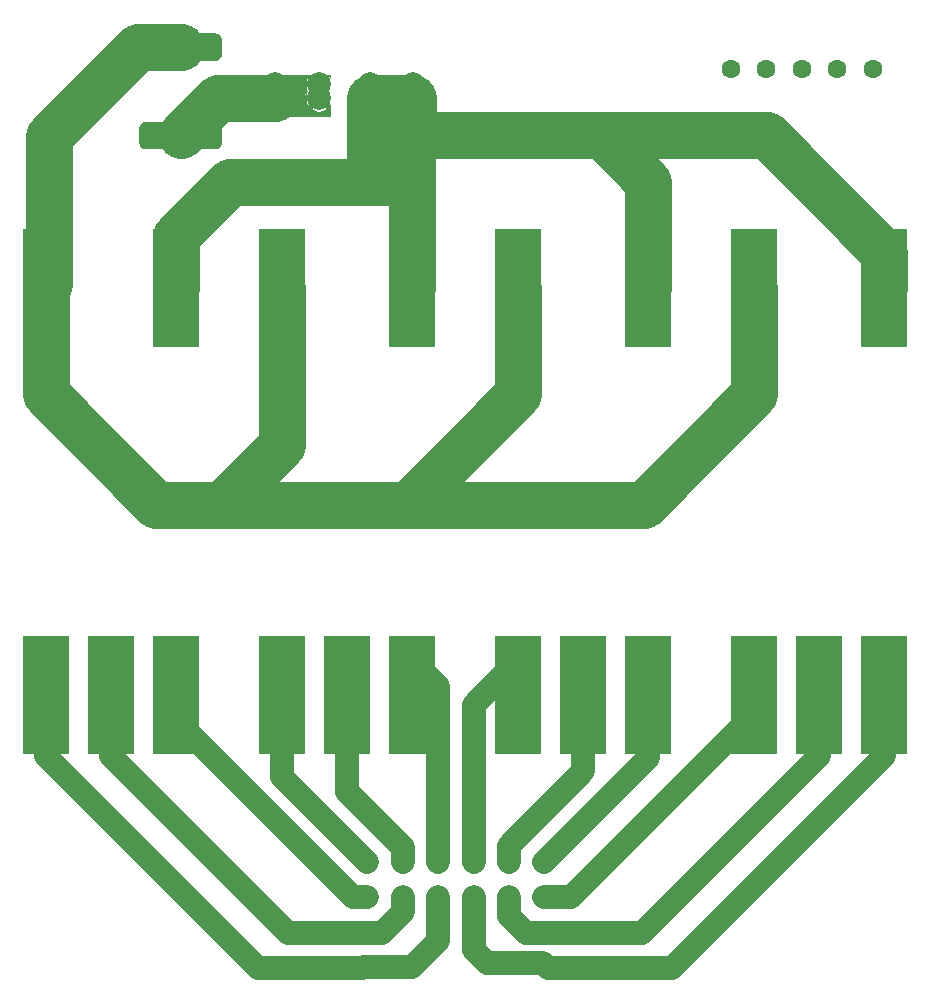
<source format=gbl>
G04 #@! TF.GenerationSoftware,KiCad,Pcbnew,(5.0.2)-1*
G04 #@! TF.CreationDate,2022-03-17T12:51:48+05:30*
G04 #@! TF.ProjectId,4ESC_board,34455343-5f62-46f6-9172-642e6b696361,rev?*
G04 #@! TF.SameCoordinates,Original*
G04 #@! TF.FileFunction,Copper,L2,Bot*
G04 #@! TF.FilePolarity,Positive*
%FSLAX46Y46*%
G04 Gerber Fmt 4.6, Leading zero omitted, Abs format (unit mm)*
G04 Created by KiCad (PCBNEW (5.0.2)-1) date 03/17/22 12:51:48*
%MOMM*%
%LPD*%
G01*
G04 APERTURE LIST*
G04 #@! TA.AperFunction,ComponentPad*
%ADD10C,2.000000*%
G04 #@! TD*
G04 #@! TA.AperFunction,ComponentPad*
%ADD11R,4.000000X10.000000*%
G04 #@! TD*
G04 #@! TA.AperFunction,ComponentPad*
%ADD12C,1.605000*%
G04 #@! TD*
G04 #@! TA.AperFunction,ComponentPad*
%ADD13C,1.530000*%
G04 #@! TD*
G04 #@! TA.AperFunction,Conductor*
%ADD14C,0.100000*%
G04 #@! TD*
G04 #@! TA.AperFunction,ComponentPad*
%ADD15C,2.350000*%
G04 #@! TD*
G04 #@! TA.AperFunction,Conductor*
%ADD16C,4.000000*%
G04 #@! TD*
G04 #@! TA.AperFunction,Conductor*
%ADD17C,2.000000*%
G04 #@! TD*
G04 #@! TA.AperFunction,Conductor*
%ADD18C,0.500000*%
G04 #@! TD*
G04 APERTURE END LIST*
D10*
G04 #@! TO.P,F1,2*
G04 #@! TO.N,Net-(C1-Pad2)*
X102420000Y-45271200D03*
X102420000Y-46388800D03*
X106119998Y-45271200D03*
X106119998Y-46388800D03*
G04 #@! TO.P,F1,1*
G04 #@! TO.N,/GND*
X110420000Y-45271200D03*
X110420000Y-46388800D03*
X114119997Y-45271200D03*
X114119997Y-46388800D03*
G04 #@! TD*
D11*
G04 #@! TO.P,U4,3*
G04 #@! TO.N,/TW4*
X143000000Y-97000000D03*
G04 #@! TO.P,U4,2*
G04 #@! TO.N,/TG4*
X148500000Y-97000000D03*
G04 #@! TO.P,U4,1*
G04 #@! TO.N,/TB4*
X154000000Y-97000000D03*
G04 #@! TO.P,U4,6*
G04 #@! TO.N,/VIN*
X143000000Y-62500000D03*
G04 #@! TO.P,U4,7*
G04 #@! TO.N,/GND*
X154000000Y-62500000D03*
G04 #@! TD*
G04 #@! TO.P,U3,3*
G04 #@! TO.N,/TW3*
X123000000Y-97000000D03*
G04 #@! TO.P,U3,2*
G04 #@! TO.N,/TG3*
X128500000Y-97000000D03*
G04 #@! TO.P,U3,1*
G04 #@! TO.N,/TB3*
X134000000Y-97000000D03*
G04 #@! TO.P,U3,6*
G04 #@! TO.N,/VIN*
X123000000Y-62500000D03*
G04 #@! TO.P,U3,7*
G04 #@! TO.N,/GND*
X134000000Y-62500000D03*
G04 #@! TD*
G04 #@! TO.P,U2,3*
G04 #@! TO.N,/TW2*
X103000000Y-97000000D03*
G04 #@! TO.P,U2,2*
G04 #@! TO.N,/TG2*
X108500000Y-97000000D03*
G04 #@! TO.P,U2,1*
G04 #@! TO.N,/TB2*
X114000000Y-97000000D03*
G04 #@! TO.P,U2,6*
G04 #@! TO.N,/VIN*
X103000000Y-62500000D03*
G04 #@! TO.P,U2,7*
G04 #@! TO.N,/GND*
X114000000Y-62500000D03*
G04 #@! TD*
G04 #@! TO.P,U1,3*
G04 #@! TO.N,/TW1*
X83000000Y-97000000D03*
G04 #@! TO.P,U1,2*
G04 #@! TO.N,/TG1*
X88500000Y-97000000D03*
G04 #@! TO.P,U1,1*
G04 #@! TO.N,/TB1*
X94000000Y-97000000D03*
G04 #@! TO.P,U1,6*
G04 #@! TO.N,/VIN*
X83000000Y-62500000D03*
G04 #@! TO.P,U1,7*
G04 #@! TO.N,/GND*
X94000000Y-62500000D03*
G04 #@! TD*
D12*
G04 #@! TO.P,C2,1*
G04 #@! TO.N,/SPEED1*
X141000000Y-44000000D03*
G04 #@! TO.P,C2,2*
G04 #@! TO.N,/SPEED2*
X144000000Y-44000000D03*
G04 #@! TO.P,C2,3*
G04 #@! TO.N,/SPEED3*
X147000000Y-44000000D03*
G04 #@! TO.P,C2,4*
G04 #@! TO.N,/SPEED4*
X150000000Y-44000000D03*
G04 #@! TO.P,C2,5*
G04 #@! TO.N,/MGND*
X153000000Y-44000000D03*
G04 #@! TD*
D13*
G04 #@! TO.P,C3,1*
G04 #@! TO.N,/TW4*
X125222000Y-114096800D03*
G04 #@! TO.P,C3,2*
G04 #@! TO.N,/TG4*
X122222000Y-114096800D03*
G04 #@! TO.P,C3,3*
G04 #@! TO.N,/TB4*
X119222000Y-114096800D03*
G04 #@! TO.P,C3,4*
G04 #@! TO.N,/TW1*
X116222000Y-114096800D03*
G04 #@! TO.P,C3,5*
G04 #@! TO.N,/TG1*
X113222000Y-114096800D03*
G04 #@! TO.P,C3,6*
G04 #@! TO.N,/TB1*
X110222000Y-114096800D03*
G04 #@! TO.P,C3,7*
G04 #@! TO.N,/TB3*
X125222000Y-111096800D03*
G04 #@! TO.P,C3,8*
G04 #@! TO.N,/TG3*
X122222000Y-111096800D03*
G04 #@! TO.P,C3,9*
G04 #@! TO.N,/TW3*
X119222000Y-111096800D03*
G04 #@! TO.P,C3,10*
G04 #@! TO.N,/TB2*
X116222000Y-111096800D03*
G04 #@! TO.P,C3,11*
G04 #@! TO.N,/TG2*
X113222000Y-111096800D03*
G04 #@! TO.P,C3,12*
G04 #@! TO.N,/TW2*
X110222000Y-111096800D03*
G04 #@! TD*
D14*
G04 #@! TO.N,Net-(C1-Pad2)*
G04 #@! TO.C,C1*
G36*
X97381885Y-48414829D02*
X97438916Y-48423289D01*
X97494842Y-48437298D01*
X97549127Y-48456721D01*
X97601246Y-48481371D01*
X97650698Y-48511012D01*
X97697006Y-48545356D01*
X97739725Y-48584075D01*
X97778444Y-48626794D01*
X97812788Y-48673102D01*
X97842429Y-48722554D01*
X97867079Y-48774673D01*
X97886502Y-48828958D01*
X97900511Y-48884884D01*
X97908971Y-48941915D01*
X97911800Y-48999500D01*
X97911800Y-50174500D01*
X97908971Y-50232085D01*
X97900511Y-50289116D01*
X97886502Y-50345042D01*
X97867079Y-50399327D01*
X97842429Y-50451446D01*
X97812788Y-50500898D01*
X97778444Y-50547206D01*
X97739725Y-50589925D01*
X97697006Y-50628644D01*
X97650698Y-50662988D01*
X97601246Y-50692629D01*
X97549127Y-50717279D01*
X97494842Y-50736702D01*
X97438916Y-50750711D01*
X97381885Y-50759171D01*
X97324300Y-50762000D01*
X91499300Y-50762000D01*
X91441715Y-50759171D01*
X91384684Y-50750711D01*
X91328758Y-50736702D01*
X91274473Y-50717279D01*
X91222354Y-50692629D01*
X91172902Y-50662988D01*
X91126594Y-50628644D01*
X91083875Y-50589925D01*
X91045156Y-50547206D01*
X91010812Y-50500898D01*
X90981171Y-50451446D01*
X90956521Y-50399327D01*
X90937098Y-50345042D01*
X90923089Y-50289116D01*
X90914629Y-50232085D01*
X90911800Y-50174500D01*
X90911800Y-48999500D01*
X90914629Y-48941915D01*
X90923089Y-48884884D01*
X90937098Y-48828958D01*
X90956521Y-48774673D01*
X90981171Y-48722554D01*
X91010812Y-48673102D01*
X91045156Y-48626794D01*
X91083875Y-48584075D01*
X91126594Y-48545356D01*
X91172902Y-48511012D01*
X91222354Y-48481371D01*
X91274473Y-48456721D01*
X91328758Y-48437298D01*
X91384684Y-48423289D01*
X91441715Y-48414829D01*
X91499300Y-48412000D01*
X97324300Y-48412000D01*
X97381885Y-48414829D01*
X97381885Y-48414829D01*
G37*
D15*
G04 #@! TD*
G04 #@! TO.P,C1,2*
G04 #@! TO.N,Net-(C1-Pad2)*
X94411800Y-49587000D03*
D14*
G04 #@! TO.N,/VIN*
G04 #@! TO.C,C1*
G36*
X97381885Y-40934829D02*
X97438916Y-40943289D01*
X97494842Y-40957298D01*
X97549127Y-40976721D01*
X97601246Y-41001371D01*
X97650698Y-41031012D01*
X97697006Y-41065356D01*
X97739725Y-41104075D01*
X97778444Y-41146794D01*
X97812788Y-41193102D01*
X97842429Y-41242554D01*
X97867079Y-41294673D01*
X97886502Y-41348958D01*
X97900511Y-41404884D01*
X97908971Y-41461915D01*
X97911800Y-41519500D01*
X97911800Y-42694500D01*
X97908971Y-42752085D01*
X97900511Y-42809116D01*
X97886502Y-42865042D01*
X97867079Y-42919327D01*
X97842429Y-42971446D01*
X97812788Y-43020898D01*
X97778444Y-43067206D01*
X97739725Y-43109925D01*
X97697006Y-43148644D01*
X97650698Y-43182988D01*
X97601246Y-43212629D01*
X97549127Y-43237279D01*
X97494842Y-43256702D01*
X97438916Y-43270711D01*
X97381885Y-43279171D01*
X97324300Y-43282000D01*
X91499300Y-43282000D01*
X91441715Y-43279171D01*
X91384684Y-43270711D01*
X91328758Y-43256702D01*
X91274473Y-43237279D01*
X91222354Y-43212629D01*
X91172902Y-43182988D01*
X91126594Y-43148644D01*
X91083875Y-43109925D01*
X91045156Y-43067206D01*
X91010812Y-43020898D01*
X90981171Y-42971446D01*
X90956521Y-42919327D01*
X90937098Y-42865042D01*
X90923089Y-42809116D01*
X90914629Y-42752085D01*
X90911800Y-42694500D01*
X90911800Y-41519500D01*
X90914629Y-41461915D01*
X90923089Y-41404884D01*
X90937098Y-41348958D01*
X90956521Y-41294673D01*
X90981171Y-41242554D01*
X91010812Y-41193102D01*
X91045156Y-41146794D01*
X91083875Y-41104075D01*
X91126594Y-41065356D01*
X91172902Y-41031012D01*
X91222354Y-41001371D01*
X91274473Y-40976721D01*
X91328758Y-40957298D01*
X91384684Y-40943289D01*
X91441715Y-40934829D01*
X91499300Y-40932000D01*
X97324300Y-40932000D01*
X97381885Y-40934829D01*
X97381885Y-40934829D01*
G37*
D15*
G04 #@! TD*
G04 #@! TO.P,C1,1*
G04 #@! TO.N,/VIN*
X94411800Y-42107000D03*
D16*
G04 #@! TO.N,/GND*
X130087000Y-49587000D02*
X124053600Y-49587000D01*
X134000000Y-53500000D02*
X130087000Y-49587000D01*
X134000000Y-62500000D02*
X134000000Y-53500000D01*
X124053600Y-49587000D02*
X144087000Y-49587000D01*
X154000000Y-59500000D02*
X154000000Y-62500000D01*
X144087000Y-49587000D02*
X154000000Y-59500000D01*
X114000000Y-62500000D02*
X114000000Y-53500000D01*
X94000000Y-58100000D02*
X94000000Y-62500000D01*
X98600000Y-53500000D02*
X94000000Y-58100000D01*
X124053600Y-49587000D02*
X113943000Y-49587000D01*
X114000000Y-49644000D02*
X114000000Y-53500000D01*
X113943000Y-49587000D02*
X114000000Y-49644000D01*
X114119997Y-49410003D02*
X113943000Y-49587000D01*
X114119997Y-46388800D02*
X114119997Y-49410003D01*
X114119997Y-46388800D02*
X110420000Y-46388800D01*
X110420000Y-53490000D02*
X110410000Y-53500000D01*
X110420000Y-46388800D02*
X110420000Y-53490000D01*
X114000000Y-53500000D02*
X110410000Y-53500000D01*
X110410000Y-53500000D02*
X98600000Y-53500000D01*
G04 #@! TO.N,/VIN*
X83296801Y-62203199D02*
X83000000Y-62500000D01*
X83296801Y-49621999D02*
X83296801Y-62203199D01*
X94411800Y-42107000D02*
X90811800Y-42107000D01*
X90811800Y-42107000D02*
X83296801Y-49621999D01*
X83000000Y-71500000D02*
X92348200Y-80848200D01*
X83000000Y-62500000D02*
X83000000Y-71500000D01*
X143000000Y-62500000D02*
X143000000Y-71500000D01*
X143000000Y-71500000D02*
X133651800Y-80848200D01*
X123000000Y-62500000D02*
X123000000Y-65500000D01*
X103000000Y-75790600D02*
X97942400Y-80848200D01*
X103000000Y-62500000D02*
X103000000Y-75790600D01*
X107651800Y-80848200D02*
X97942400Y-80848200D01*
X97942400Y-80848200D02*
X92348200Y-80848200D01*
X113651800Y-80848200D02*
X111658400Y-80848200D01*
X123000000Y-71500000D02*
X113651800Y-80848200D01*
X123000000Y-62500000D02*
X123000000Y-71500000D01*
X133651800Y-80848200D02*
X111658400Y-80848200D01*
X111658400Y-80848200D02*
X92348200Y-80848200D01*
D17*
G04 #@! TO.N,/TB3*
X134000000Y-102318800D02*
X125222000Y-111096800D01*
X134000000Y-94000000D02*
X134000000Y-102318800D01*
G04 #@! TO.N,/TG3*
X122222000Y-110014927D02*
X122222000Y-111096800D01*
X122222000Y-109705400D02*
X122222000Y-110014927D01*
X128500000Y-94000000D02*
X128500000Y-103427400D01*
X128500000Y-103427400D02*
X122222000Y-109705400D01*
G04 #@! TO.N,/TW3*
X119222000Y-97778000D02*
X119222000Y-111096800D01*
X123000000Y-94000000D02*
X119222000Y-97778000D01*
G04 #@! TO.N,/TB2*
X116222000Y-96222000D02*
X116222000Y-111096800D01*
X114000000Y-94000000D02*
X116222000Y-96222000D01*
G04 #@! TO.N,/TG2*
X113222000Y-110014927D02*
X113222000Y-111096800D01*
X113222000Y-109854146D02*
X113222000Y-110014927D01*
X108500000Y-94000000D02*
X108500000Y-105132146D01*
X108500000Y-105132146D02*
X113222000Y-109854146D01*
G04 #@! TO.N,/TW2*
X103000000Y-103874800D02*
X110222000Y-111096800D01*
X103000000Y-94000000D02*
X103000000Y-103874800D01*
G04 #@! TO.N,/TW4*
X126303873Y-114096800D02*
X125222000Y-114096800D01*
X127503202Y-114096800D02*
X126303873Y-114096800D01*
X143000000Y-94000000D02*
X143000000Y-98600002D01*
X143000000Y-98600002D02*
X127503202Y-114096800D01*
G04 #@! TO.N,/TG4*
X122222000Y-115178673D02*
X122222000Y-114096800D01*
X122222000Y-115659000D02*
X122222000Y-115178673D01*
X123659810Y-117096810D02*
X122222000Y-115659000D01*
X133503192Y-117096810D02*
X123659810Y-117096810D01*
X148500000Y-94000000D02*
X148500000Y-102100002D01*
X148500000Y-102100002D02*
X133503192Y-117096810D01*
G04 #@! TO.N,/TB4*
X136003182Y-120096820D02*
X125526800Y-120096820D01*
X154000000Y-94000000D02*
X154000000Y-102100002D01*
X154000000Y-102100002D02*
X136003182Y-120096820D01*
X125089380Y-119659400D02*
X120319800Y-119659400D01*
X125526800Y-120096820D02*
X125089380Y-119659400D01*
X119222000Y-118561600D02*
X119222000Y-114096800D01*
X120319800Y-119659400D02*
X119222000Y-118561600D01*
G04 #@! TO.N,/TW1*
X116222000Y-117762800D02*
X116222000Y-114096800D01*
X83000000Y-94000000D02*
X83000000Y-102100002D01*
X83000000Y-102100002D02*
X100996818Y-120096820D01*
X100996818Y-120096820D02*
X109784420Y-120096820D01*
X109784420Y-120096820D02*
X109891640Y-119989600D01*
X109891640Y-119989600D02*
X113995200Y-119989600D01*
X113995200Y-119989600D02*
X116222000Y-117762800D01*
G04 #@! TO.N,/TG1*
X113222000Y-115178673D02*
X113222000Y-114096800D01*
X113222000Y-115339454D02*
X113222000Y-115178673D01*
X111464644Y-117096810D02*
X113222000Y-115339454D01*
X103496808Y-117096810D02*
X111464644Y-117096810D01*
X88500000Y-94000000D02*
X88500000Y-102100002D01*
X88500000Y-102100002D02*
X103496808Y-117096810D01*
G04 #@! TO.N,/TB1*
X109140127Y-114096800D02*
X110222000Y-114096800D01*
X108979346Y-114096800D02*
X109140127Y-114096800D01*
X94000000Y-94000000D02*
X94000000Y-99117454D01*
X94000000Y-99117454D02*
X108979346Y-114096800D01*
D16*
G04 #@! TO.N,Net-(C1-Pad2)*
X97610000Y-46388800D02*
X94411800Y-49587000D01*
X102420000Y-46388800D02*
X97610000Y-46388800D01*
D18*
X106119998Y-45271200D02*
X106119998Y-46388800D01*
X106119998Y-45271200D02*
X102420000Y-45271200D01*
X106119998Y-46388800D02*
X102420000Y-46388800D01*
X106119998Y-45271200D02*
X105788800Y-45271200D01*
G04 #@! TD*
D14*
G04 #@! TO.N,Net-(C1-Pad2)*
G36*
X102420000Y-44988357D02*
X102968357Y-44440000D01*
X105571641Y-44440000D01*
X106119998Y-44988357D01*
X106668355Y-44440000D01*
X107040000Y-44440000D01*
X107040000Y-44634041D01*
X106402841Y-45271200D01*
X106406711Y-45275070D01*
X106195235Y-45218686D01*
X105832812Y-45266857D01*
X105188547Y-44622592D01*
X105067745Y-44753908D01*
X104949884Y-45195963D01*
X105010162Y-45649473D01*
X105067745Y-45788492D01*
X105105930Y-45830000D01*
X105067745Y-45871508D01*
X104949884Y-46313563D01*
X105010162Y-46767073D01*
X105067745Y-46906092D01*
X105188547Y-47037408D01*
X105837155Y-46388800D01*
X105833285Y-46384930D01*
X106044761Y-46441314D01*
X106407184Y-46393143D01*
X107040000Y-47025959D01*
X107040000Y-47960000D01*
X100200000Y-47960000D01*
X100200000Y-47320251D01*
X101771392Y-47320251D01*
X101902708Y-47441053D01*
X102344763Y-47558914D01*
X102798273Y-47498636D01*
X102937292Y-47441053D01*
X103068608Y-47320251D01*
X105471390Y-47320251D01*
X105602706Y-47441053D01*
X106044761Y-47558914D01*
X106498271Y-47498636D01*
X106637290Y-47441053D01*
X106768606Y-47320251D01*
X106119998Y-46671643D01*
X105471390Y-47320251D01*
X103068608Y-47320251D01*
X102420000Y-46671643D01*
X101771392Y-47320251D01*
X100200000Y-47320251D01*
X100200000Y-45195963D01*
X101249886Y-45195963D01*
X101310164Y-45649473D01*
X101367747Y-45788492D01*
X101405932Y-45830000D01*
X101367747Y-45871508D01*
X101249886Y-46313563D01*
X101310164Y-46767073D01*
X101367747Y-46906092D01*
X101488549Y-47037408D01*
X102137157Y-46388800D01*
X102133287Y-46384930D01*
X102344763Y-46441314D01*
X102707186Y-46393143D01*
X103351451Y-47037408D01*
X103472253Y-46906092D01*
X103590114Y-46464037D01*
X103529836Y-46010527D01*
X103472253Y-45871508D01*
X103434068Y-45830000D01*
X103472253Y-45788492D01*
X103590114Y-45346437D01*
X103529836Y-44892927D01*
X103472253Y-44753908D01*
X103351451Y-44622592D01*
X102702843Y-45271200D01*
X102706713Y-45275070D01*
X102495237Y-45218686D01*
X102132814Y-45266857D01*
X101488549Y-44622592D01*
X101367747Y-44753908D01*
X101249886Y-45195963D01*
X100200000Y-45195963D01*
X100200000Y-44440000D01*
X101871643Y-44440000D01*
X102420000Y-44988357D01*
X102420000Y-44988357D01*
G37*
X102420000Y-44988357D02*
X102968357Y-44440000D01*
X105571641Y-44440000D01*
X106119998Y-44988357D01*
X106668355Y-44440000D01*
X107040000Y-44440000D01*
X107040000Y-44634041D01*
X106402841Y-45271200D01*
X106406711Y-45275070D01*
X106195235Y-45218686D01*
X105832812Y-45266857D01*
X105188547Y-44622592D01*
X105067745Y-44753908D01*
X104949884Y-45195963D01*
X105010162Y-45649473D01*
X105067745Y-45788492D01*
X105105930Y-45830000D01*
X105067745Y-45871508D01*
X104949884Y-46313563D01*
X105010162Y-46767073D01*
X105067745Y-46906092D01*
X105188547Y-47037408D01*
X105837155Y-46388800D01*
X105833285Y-46384930D01*
X106044761Y-46441314D01*
X106407184Y-46393143D01*
X107040000Y-47025959D01*
X107040000Y-47960000D01*
X100200000Y-47960000D01*
X100200000Y-47320251D01*
X101771392Y-47320251D01*
X101902708Y-47441053D01*
X102344763Y-47558914D01*
X102798273Y-47498636D01*
X102937292Y-47441053D01*
X103068608Y-47320251D01*
X105471390Y-47320251D01*
X105602706Y-47441053D01*
X106044761Y-47558914D01*
X106498271Y-47498636D01*
X106637290Y-47441053D01*
X106768606Y-47320251D01*
X106119998Y-46671643D01*
X105471390Y-47320251D01*
X103068608Y-47320251D01*
X102420000Y-46671643D01*
X101771392Y-47320251D01*
X100200000Y-47320251D01*
X100200000Y-45195963D01*
X101249886Y-45195963D01*
X101310164Y-45649473D01*
X101367747Y-45788492D01*
X101405932Y-45830000D01*
X101367747Y-45871508D01*
X101249886Y-46313563D01*
X101310164Y-46767073D01*
X101367747Y-46906092D01*
X101488549Y-47037408D01*
X102137157Y-46388800D01*
X102133287Y-46384930D01*
X102344763Y-46441314D01*
X102707186Y-46393143D01*
X103351451Y-47037408D01*
X103472253Y-46906092D01*
X103590114Y-46464037D01*
X103529836Y-46010527D01*
X103472253Y-45871508D01*
X103434068Y-45830000D01*
X103472253Y-45788492D01*
X103590114Y-45346437D01*
X103529836Y-44892927D01*
X103472253Y-44753908D01*
X103351451Y-44622592D01*
X102702843Y-45271200D01*
X102706713Y-45275070D01*
X102495237Y-45218686D01*
X102132814Y-45266857D01*
X101488549Y-44622592D01*
X101367747Y-44753908D01*
X101249886Y-45195963D01*
X100200000Y-45195963D01*
X100200000Y-44440000D01*
X101871643Y-44440000D01*
X102420000Y-44988357D01*
G04 #@! TD*
M02*

</source>
